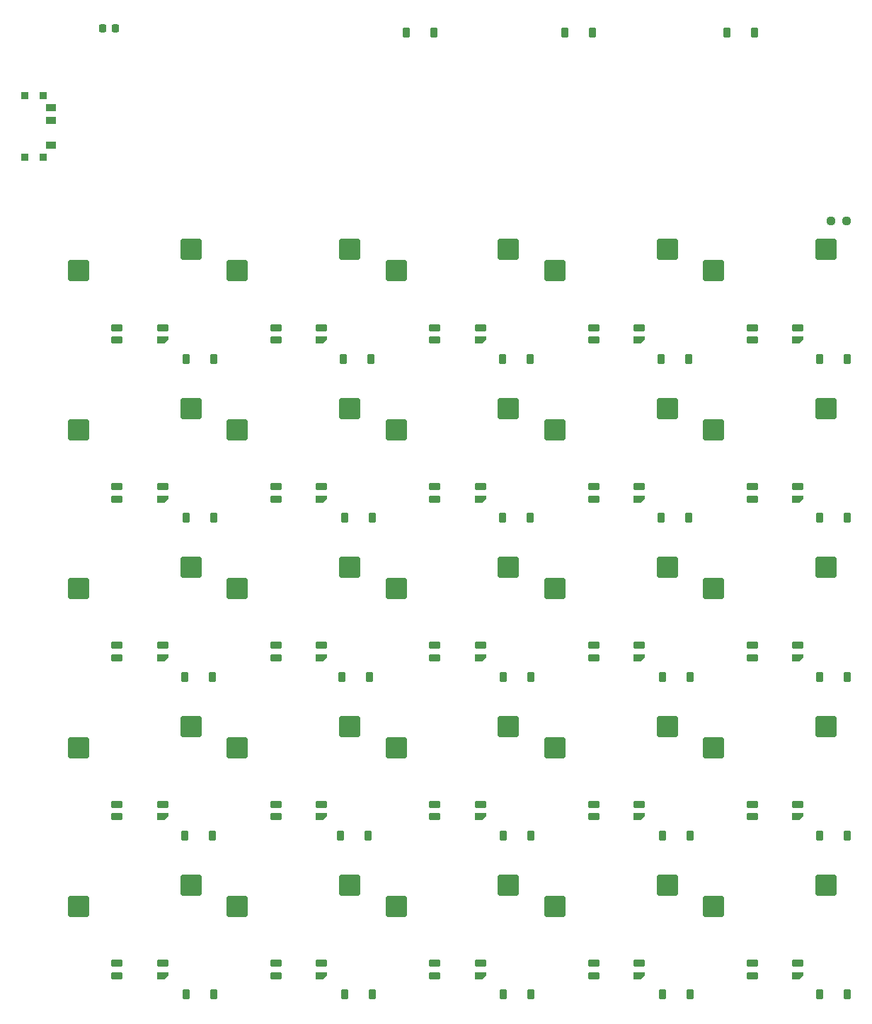
<source format=gbp>
G04 #@! TF.GenerationSoftware,KiCad,Pcbnew,9.0.7*
G04 #@! TF.CreationDate,2026-02-15T13:27:24+05:00*
G04 #@! TF.ProjectId,ModuPad_v2,4d6f6475-5061-4645-9f76-322e6b696361,rev?*
G04 #@! TF.SameCoordinates,Original*
G04 #@! TF.FileFunction,Paste,Bot*
G04 #@! TF.FilePolarity,Positive*
%FSLAX46Y46*%
G04 Gerber Fmt 4.6, Leading zero omitted, Abs format (unit mm)*
G04 Created by KiCad (PCBNEW 9.0.7) date 2026-02-15 13:27:24*
%MOMM*%
%LPD*%
G01*
G04 APERTURE LIST*
G04 Aperture macros list*
%AMRoundRect*
0 Rectangle with rounded corners*
0 $1 Rounding radius*
0 $2 $3 $4 $5 $6 $7 $8 $9 X,Y pos of 4 corners*
0 Add a 4 corners polygon primitive as box body*
4,1,4,$2,$3,$4,$5,$6,$7,$8,$9,$2,$3,0*
0 Add four circle primitives for the rounded corners*
1,1,$1+$1,$2,$3*
1,1,$1+$1,$4,$5*
1,1,$1+$1,$6,$7*
1,1,$1+$1,$8,$9*
0 Add four rect primitives between the rounded corners*
20,1,$1+$1,$2,$3,$4,$5,0*
20,1,$1+$1,$4,$5,$6,$7,0*
20,1,$1+$1,$6,$7,$8,$9,0*
20,1,$1+$1,$8,$9,$2,$3,0*%
%AMFreePoly0*
4,1,18,-0.410000,0.593000,-0.403758,0.624380,-0.385983,0.650983,-0.359380,0.668758,-0.328000,0.675000,0.328000,0.675000,0.359380,0.668758,0.385983,0.650983,0.403758,0.624380,0.410000,0.593000,0.410000,-0.593000,0.403758,-0.624380,0.385983,-0.650983,0.359380,-0.668758,0.328000,-0.675000,0.000000,-0.675000,-0.410000,-0.265000,-0.410000,0.593000,-0.410000,0.593000,$1*%
G04 Aperture macros list end*
%ADD10R,0.900000X0.900000*%
%ADD11R,1.250000X0.900000*%
%ADD12RoundRect,0.082000X0.593000X-0.328000X0.593000X0.328000X-0.593000X0.328000X-0.593000X-0.328000X0*%
%ADD13FreePoly0,90.000000*%
%ADD14RoundRect,0.225000X0.225000X0.375000X-0.225000X0.375000X-0.225000X-0.375000X0.225000X-0.375000X0*%
%ADD15RoundRect,0.250000X1.025000X1.000000X-1.025000X1.000000X-1.025000X-1.000000X1.025000X-1.000000X0*%
%ADD16RoundRect,0.225000X-0.225000X-0.375000X0.225000X-0.375000X0.225000X0.375000X-0.225000X0.375000X0*%
%ADD17RoundRect,0.237500X0.250000X0.237500X-0.250000X0.237500X-0.250000X-0.237500X0.250000X-0.237500X0*%
%ADD18RoundRect,0.225000X0.225000X0.250000X-0.225000X0.250000X-0.225000X-0.250000X0.225000X-0.250000X0*%
G04 APERTURE END LIST*
D10*
X50700000Y-68400000D03*
X52900000Y-68400000D03*
X50700000Y-61000000D03*
X52900000Y-61000000D03*
D11*
X53875000Y-66950000D03*
X53875000Y-63950000D03*
X53875000Y-62450000D03*
D12*
X118775000Y-126750001D03*
X118775000Y-128250001D03*
X124225000Y-126750001D03*
D13*
X124225000Y-128250001D03*
D14*
X73150000Y-149500000D03*
X69850000Y-149500000D03*
D15*
X95140000Y-100960000D03*
X108590000Y-98420000D03*
X95140000Y-157960000D03*
X108590000Y-155420000D03*
D12*
X80775000Y-126750001D03*
X80775000Y-128250001D03*
X86225000Y-126750001D03*
D13*
X86225000Y-128250001D03*
D14*
X149150000Y-149500000D03*
X145850000Y-149500000D03*
D16*
X96350000Y-53500000D03*
X99650000Y-53500000D03*
D12*
X61775000Y-126750001D03*
X61775000Y-128250001D03*
X67225000Y-126750001D03*
D13*
X67225000Y-128250001D03*
D15*
X133140000Y-81960000D03*
X146590000Y-79420000D03*
D14*
X91800000Y-149500000D03*
X88500000Y-149500000D03*
D15*
X133140000Y-138960000D03*
X146590000Y-136420000D03*
D12*
X99775000Y-145750001D03*
X99775000Y-147250001D03*
X105225000Y-145750001D03*
D13*
X105225000Y-147250001D03*
D15*
X76140000Y-100960000D03*
X89590000Y-98420000D03*
D14*
X111300000Y-149500000D03*
X108000000Y-149500000D03*
D15*
X133140000Y-157960000D03*
X146590000Y-155420000D03*
D14*
X130150000Y-92500000D03*
X126850000Y-92500000D03*
D15*
X114140000Y-100960000D03*
X127590000Y-98420000D03*
D12*
X99775000Y-107750001D03*
X99775000Y-109250001D03*
X105225000Y-107750001D03*
D13*
X105225000Y-109250001D03*
D12*
X61775000Y-164750001D03*
X61775000Y-166250001D03*
X67225000Y-164750001D03*
D13*
X67225000Y-166250001D03*
D15*
X76140000Y-119960000D03*
X89590000Y-117420000D03*
D12*
X118775000Y-107750001D03*
X118775000Y-109250001D03*
X124225000Y-107750001D03*
D13*
X124225000Y-109250001D03*
D17*
X149000000Y-76000000D03*
X147175000Y-76000000D03*
D12*
X137775000Y-107750001D03*
X137775000Y-109250001D03*
X143225000Y-107750001D03*
D13*
X143225000Y-109250001D03*
D14*
X73300000Y-168500000D03*
X70000000Y-168500000D03*
X130300000Y-168500000D03*
X127000000Y-168500000D03*
D12*
X61775000Y-88750001D03*
X61775000Y-90250001D03*
X67225000Y-88750001D03*
D13*
X67225000Y-90250001D03*
D14*
X92300000Y-168500000D03*
X89000000Y-168500000D03*
X111150000Y-92500000D03*
X107850000Y-92500000D03*
D12*
X61775000Y-107750001D03*
X61775000Y-109250001D03*
X67225000Y-107750001D03*
D13*
X67225000Y-109250001D03*
D14*
X130300000Y-149500000D03*
X127000000Y-149500000D03*
D12*
X80775000Y-145750001D03*
X80775000Y-147250001D03*
X86225000Y-145750001D03*
D13*
X86225000Y-147250001D03*
D14*
X149150000Y-130500000D03*
X145850000Y-130500000D03*
X149150000Y-111500000D03*
X145850000Y-111500000D03*
D15*
X133140000Y-119960000D03*
X146590000Y-117420000D03*
X76140000Y-138960000D03*
X89590000Y-136420000D03*
D12*
X80775000Y-88750001D03*
X80775000Y-90250001D03*
X86225000Y-88750001D03*
D13*
X86225000Y-90250001D03*
D12*
X99775000Y-164750001D03*
X99775000Y-166250001D03*
X105225000Y-164750001D03*
D13*
X105225000Y-166250001D03*
D15*
X114140000Y-81960000D03*
X127590000Y-79420000D03*
X57140000Y-81960000D03*
X70590000Y-79420000D03*
D12*
X118775000Y-88750001D03*
X118775000Y-90250001D03*
X124225000Y-88750001D03*
D13*
X124225000Y-90250001D03*
D14*
X92000000Y-130500000D03*
X88700000Y-130500000D03*
D15*
X76140000Y-157960000D03*
X89590000Y-155420000D03*
D16*
X115350000Y-53500000D03*
X118650000Y-53500000D03*
D15*
X57140000Y-157960000D03*
X70590000Y-155420000D03*
D14*
X149150000Y-92500000D03*
X145850000Y-92500000D03*
X111150000Y-111500000D03*
X107850000Y-111500000D03*
X149150000Y-168500000D03*
X145850000Y-168500000D03*
D12*
X99775000Y-126750001D03*
X99775000Y-128250001D03*
X105225000Y-126750001D03*
D13*
X105225000Y-128250001D03*
D12*
X61775000Y-145750001D03*
X61775000Y-147250001D03*
X67225000Y-145750001D03*
D13*
X67225000Y-147250001D03*
D15*
X114140000Y-119960000D03*
X127590000Y-117420000D03*
D12*
X118775000Y-164750001D03*
X118775000Y-166250001D03*
X124225000Y-164750001D03*
D13*
X124225000Y-166250001D03*
D15*
X57140000Y-138960000D03*
X70590000Y-136420000D03*
X95140000Y-81960000D03*
X108590000Y-79420000D03*
D14*
X92150000Y-92500000D03*
X88850000Y-92500000D03*
X92300000Y-111500000D03*
X89000000Y-111500000D03*
D15*
X114140000Y-157960000D03*
X127590000Y-155420000D03*
D12*
X80775000Y-107750001D03*
X80775000Y-109250001D03*
X86225000Y-107750001D03*
D13*
X86225000Y-109250001D03*
D14*
X130150000Y-111500000D03*
X126850000Y-111500000D03*
D15*
X133140000Y-100960000D03*
X146590000Y-98420000D03*
X95140000Y-138960000D03*
X108590000Y-136420000D03*
D12*
X80775000Y-164750001D03*
X80775000Y-166250001D03*
X86225000Y-164750001D03*
D13*
X86225000Y-166250001D03*
D12*
X137775000Y-88750001D03*
X137775000Y-90250001D03*
X143225000Y-88750001D03*
D13*
X143225000Y-90250001D03*
D12*
X99775000Y-88750001D03*
X99775000Y-90250001D03*
X105225000Y-88750001D03*
D13*
X105225000Y-90250001D03*
D14*
X111300000Y-130500000D03*
X108000000Y-130500000D03*
D15*
X95140000Y-119960000D03*
X108590000Y-117420000D03*
D12*
X137775000Y-145750001D03*
X137775000Y-147250001D03*
X143225000Y-145750001D03*
D13*
X143225000Y-147250001D03*
D16*
X134700000Y-53500000D03*
X138000000Y-53500000D03*
D15*
X57140000Y-100960000D03*
X70590000Y-98420000D03*
D18*
X61550000Y-53000000D03*
X60000000Y-53000000D03*
D12*
X137775000Y-126750001D03*
X137775000Y-128250001D03*
X143225000Y-126750001D03*
D13*
X143225000Y-128250001D03*
D12*
X137775000Y-164750001D03*
X137775000Y-166250001D03*
X143225000Y-164750001D03*
D13*
X143225000Y-166250001D03*
D15*
X76140000Y-81960000D03*
X89590000Y-79420000D03*
D14*
X130300000Y-130500000D03*
X127000000Y-130500000D03*
X73150000Y-130500000D03*
X69850000Y-130500000D03*
X73300000Y-111500000D03*
X70000000Y-111500000D03*
X111300000Y-168500000D03*
X108000000Y-168500000D03*
D15*
X57140000Y-119960000D03*
X70590000Y-117420000D03*
D12*
X118775000Y-145750001D03*
X118775000Y-147250001D03*
X124225000Y-145750001D03*
D13*
X124225000Y-147250001D03*
D14*
X73300000Y-92500000D03*
X70000000Y-92500000D03*
D15*
X114140000Y-138960000D03*
X127590000Y-136420000D03*
M02*

</source>
